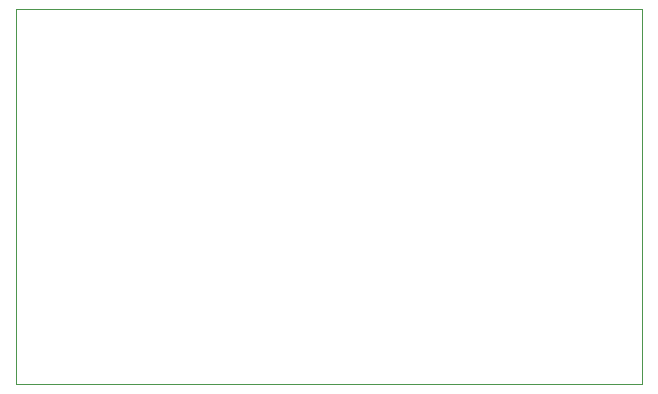
<source format=gbr>
G04 #@! TF.GenerationSoftware,KiCad,Pcbnew,5.1.5-52549c5~84~ubuntu18.04.1*
G04 #@! TF.CreationDate,2020-03-03T19:20:35-07:00*
G04 #@! TF.ProjectId,transmitter-test,7472616e-736d-4697-9474-65722d746573,rev?*
G04 #@! TF.SameCoordinates,Original*
G04 #@! TF.FileFunction,Profile,NP*
%FSLAX46Y46*%
G04 Gerber Fmt 4.6, Leading zero omitted, Abs format (unit mm)*
G04 Created by KiCad (PCBNEW 5.1.5-52549c5~84~ubuntu18.04.1) date 2020-03-03 19:20:35*
%MOMM*%
%LPD*%
G04 APERTURE LIST*
%ADD10C,0.050000*%
G04 APERTURE END LIST*
D10*
X86000000Y-97750000D02*
X86000000Y-66000000D01*
X139000000Y-97750000D02*
X86000000Y-97750000D01*
X139000000Y-66000000D02*
X139000000Y-97750000D01*
X86000000Y-66000000D02*
X139000000Y-66000000D01*
M02*

</source>
